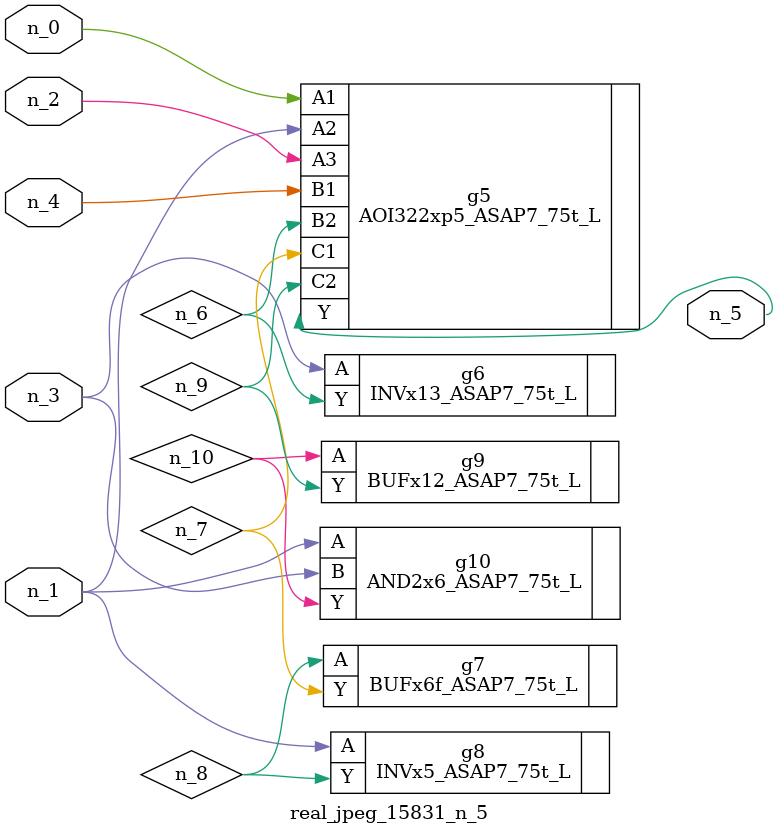
<source format=v>
module real_jpeg_15831_n_5 (n_4, n_0, n_1, n_2, n_3, n_5);

input n_4;
input n_0;
input n_1;
input n_2;
input n_3;

output n_5;

wire n_8;
wire n_6;
wire n_7;
wire n_10;
wire n_9;

AOI322xp5_ASAP7_75t_L g5 ( 
.A1(n_0),
.A2(n_1),
.A3(n_2),
.B1(n_4),
.B2(n_6),
.C1(n_7),
.C2(n_9),
.Y(n_5)
);

INVx5_ASAP7_75t_L g8 ( 
.A(n_1),
.Y(n_8)
);

AND2x6_ASAP7_75t_L g10 ( 
.A(n_1),
.B(n_3),
.Y(n_10)
);

INVx13_ASAP7_75t_L g6 ( 
.A(n_3),
.Y(n_6)
);

BUFx6f_ASAP7_75t_L g7 ( 
.A(n_8),
.Y(n_7)
);

BUFx12_ASAP7_75t_L g9 ( 
.A(n_10),
.Y(n_9)
);


endmodule
</source>
